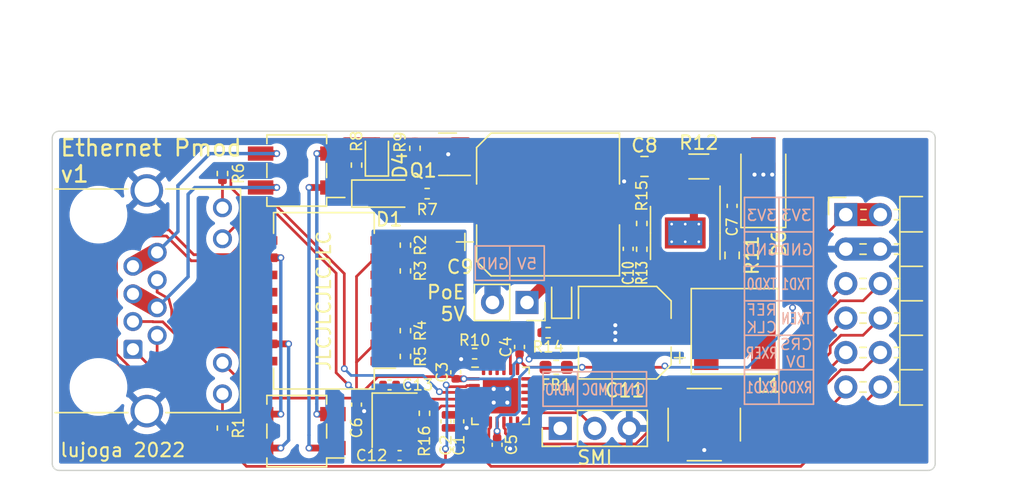
<source format=kicad_pcb>
(kicad_pcb (version 20211014) (generator pcbnew)

  (general
    (thickness 1.6)
  )

  (paper "A4")
  (layers
    (0 "F.Cu" signal)
    (31 "B.Cu" signal)
    (32 "B.Adhes" user "B.Adhesive")
    (33 "F.Adhes" user "F.Adhesive")
    (34 "B.Paste" user)
    (35 "F.Paste" user)
    (36 "B.SilkS" user "B.Silkscreen")
    (37 "F.SilkS" user "F.Silkscreen")
    (38 "B.Mask" user)
    (39 "F.Mask" user)
    (40 "Dwgs.User" user "User.Drawings")
    (41 "Cmts.User" user "User.Comments")
    (42 "Eco1.User" user "User.Eco1")
    (43 "Eco2.User" user "User.Eco2")
    (44 "Edge.Cuts" user)
    (45 "Margin" user)
    (46 "B.CrtYd" user "B.Courtyard")
    (47 "F.CrtYd" user "F.Courtyard")
    (48 "B.Fab" user)
    (49 "F.Fab" user)
    (50 "User.1" user)
    (51 "User.2" user)
    (52 "User.3" user)
    (53 "User.4" user)
    (54 "User.5" user)
    (55 "User.6" user)
    (56 "User.7" user)
    (57 "User.8" user)
    (58 "User.9" user)
  )

  (setup
    (stackup
      (layer "F.SilkS" (type "Top Silk Screen") (color "White"))
      (layer "F.Paste" (type "Top Solder Paste"))
      (layer "F.Mask" (type "Top Solder Mask") (color "Black") (thickness 0.01))
      (layer "F.Cu" (type "copper") (thickness 0.035))
      (layer "dielectric 1" (type "core") (thickness 1.51) (material "FR4") (epsilon_r 4.5) (loss_tangent 0.02))
      (layer "B.Cu" (type "copper") (thickness 0.035))
      (layer "B.Mask" (type "Bottom Solder Mask") (color "Black") (thickness 0.01))
      (layer "B.Paste" (type "Bottom Solder Paste"))
      (layer "B.SilkS" (type "Bottom Silk Screen") (color "White"))
      (copper_finish "HAL lead-free")
      (dielectric_constraints no)
    )
    (pad_to_mask_clearance 0)
    (pcbplotparams
      (layerselection 0x00010fc_ffffffff)
      (disableapertmacros false)
      (usegerberextensions false)
      (usegerberattributes true)
      (usegerberadvancedattributes true)
      (creategerberjobfile true)
      (svguseinch false)
      (svgprecision 6)
      (excludeedgelayer true)
      (plotframeref false)
      (viasonmask false)
      (mode 1)
      (useauxorigin false)
      (hpglpennumber 1)
      (hpglpenspeed 20)
      (hpglpendiameter 15.000000)
      (dxfpolygonmode true)
      (dxfimperialunits true)
      (dxfusepcbnewfont true)
      (psnegative false)
      (psa4output false)
      (plotreference true)
      (plotvalue true)
      (plotinvisibletext false)
      (sketchpadsonfab false)
      (subtractmaskfromsilk false)
      (outputformat 1)
      (mirror false)
      (drillshape 1)
      (scaleselection 1)
      (outputdirectory "")
    )
  )

  (net 0 "")
  (net 1 "+1V2")
  (net 2 "GND")
  (net 3 "VDDA")
  (net 4 "+3V3")
  (net 5 "Net-(C7-Pad1)")
  (net 6 "Net-(C7-Pad2)")
  (net 7 "VDC")
  (net 8 "GND1")
  (net 9 "+5V")
  (net 10 "Net-(C10-Pad2)")
  (net 11 "Net-(D1-Pad2)")
  (net 12 "/DC+A")
  (net 13 "Net-(D2-Pad3)")
  (net 14 "/DC-A")
  (net 15 "/DC+B")
  (net 16 "/DC-B")
  (net 17 "Net-(D4-Pad1)")
  (net 18 "Net-(D5-Pad1)")
  (net 19 "/LED2")
  (net 20 "/LED1")
  (net 21 "/RXD1")
  (net 22 "/RXER")
  (net 23 "/REFCLK")
  (net 24 "/TXD0")
  (net 25 "/RXD0")
  (net 26 "/CRS_DV")
  (net 27 "/TXEN")
  (net 28 "/TXD1")
  (net 29 "/MDIO")
  (net 30 "/MDC")
  (net 31 "/TXN")
  (net 32 "/TXP")
  (net 33 "/RXN")
  (net 34 "/RXP")
  (net 35 "Net-(R10-Pad1)")
  (net 36 "Net-(R11-Pad1)")
  (net 37 "Net-(R12-Pad2)")
  (net 38 "Net-(SW1-Pad2)")
  (net 39 "Net-(C12-Pad1)")
  (net 40 "Net-(C13-Pad1)")
  (net 41 "unconnected-(U2-Pad6)")
  (net 42 "unconnected-(U2-Pad7)")
  (net 43 "Net-(R16-Pad2)")
  (net 44 "/RX-")
  (net 45 "/RX+")
  (net 46 "/TX-")
  (net 47 "/TX+")
  (net 48 "Net-(J1-Pad9)")
  (net 49 "Net-(J1-Pad12)")

  (footprint "Capacitor_SMD:C_0402_1005Metric" (layer "F.Cu") (at 142.33 106.2))

  (footprint "Capacitor_SMD:C_0402_1005Metric" (layer "F.Cu") (at 159.9 96.17 90))

  (footprint "Resistor_SMD:R_0603_1608Metric" (layer "F.Cu") (at 167.55 96.65 90))

  (footprint "Resistor_SMD:R_0402_1005Metric" (layer "F.Cu") (at 143.5 104.1 -90))

  (footprint "Connector_PinHeader_2.54mm:PinHeader_1x03_P2.54mm_Vertical" (layer "F.Cu") (at 154.9 109.4 90))

  (footprint "Capacitor_SMD:C_0402_1005Metric" (layer "F.Cu") (at 143.07 111.4 180))

  (footprint "Package_TO_SOT_SMD:SOT-23" (layer "F.Cu") (at 146.6 89.2 180))

  (footprint "Capacitor_SMD:CP_Elec_10x10" (layer "F.Cu") (at 154 92.9))

  (footprint "Connector_PinSocket_2.54mm:PinSocket_1x02_P2.54mm_Vertical" (layer "F.Cu") (at 152.45 100.125 -90))

  (footprint "Capacitor_SMD:C_0402_1005Metric" (layer "F.Cu") (at 147.2 105.27 90))

  (footprint "Capacitor_SMD:CP_Elec_6.3x7.7" (layer "F.Cu") (at 159.65 102.35 180))

  (footprint "Resistor_SMD:R_0402_1005Metric" (layer "F.Cu") (at 148.595 103.9 180))

  (footprint "Diode_SMD:D_SMA" (layer "F.Cu") (at 169.85 91.2 90))

  (footprint "Inductor_SMD:L_0603_1608Metric" (layer "F.Cu") (at 154.6 104.9 180))

  (footprint "Resistor_SMD:R_0402_1005Metric" (layer "F.Cu") (at 130.03 90.62 -90))

  (footprint "Resistor_SMD:R_0402_1005Metric" (layer "F.Cu") (at 143.5 102.2 90))

  (footprint "Capacitor_SMD:C_0402_1005Metric" (layer "F.Cu") (at 139.9 107.65 -90))

  (footprint "Connector_PinHeader_2.54mm:PinHeader_2x06_P2.54mm_Horizontal" (layer "F.Cu") (at 175.92 93.65))

  (footprint "Resistor_SMD:R_0402_1005Metric" (layer "F.Cu") (at 143.5 95.9 90))

  (footprint "LED_SMD:LED_0603_1608Metric" (layer "F.Cu") (at 155 99.8 90))

  (footprint "ethernet-pmod:Diode_Bridge_Diodes_MBF" (layer "F.Cu") (at 135.5 109.6 180))

  (footprint "Resistor_SMD:R_0402_1005Metric" (layer "F.Cu") (at 144.9 108.29 90))

  (footprint "ethernet-pmod:L_Cenker_CKCS60xx" (layer "F.Cu") (at 167.75 102.25 180))

  (footprint "Capacitor_SMD:C_0402_1005Metric" (layer "F.Cu") (at 151.9 103.4 90))

  (footprint "ethernet-pmod:Transformer_Ethernet_HanRun_HY601742" (layer "F.Cu") (at 137.5 100 90))

  (footprint "Resistor_SMD:R_0402_1005Metric" (layer "F.Cu") (at 130.03 109.38 90))

  (footprint "Capacitor_SMD:C_0402_1005Metric" (layer "F.Cu") (at 167.55 93.005 90))

  (footprint "Resistor_SMD:R_0402_1005Metric" (layer "F.Cu") (at 160.9 94.3 90))

  (footprint "Resistor_SMD:R_1206_3216Metric" (layer "F.Cu") (at 165.1 90.1))

  (footprint "Capacitor_SMD:C_0402_1005Metric" (layer "F.Cu") (at 147.43 108.885 -90))

  (footprint "ethernet-pmod:SW_Push_SPST_NO_XKB_TS-1187A-X-X-X" (layer "F.Cu") (at 165.5 109.125 180))

  (footprint "Resistor_SMD:R_0402_1005Metric" (layer "F.Cu") (at 139.9 90 90))

  (footprint "Capacitor_SMD:C_0402_1005Metric" (layer "F.Cu") (at 150.25 110.61 -90))

  (footprint "Diode_SMD:D_SOD-123" (layer "F.Cu") (at 141.8 92.1))

  (footprint "Package_SO:SOIC-8-1EP_3.9x4.9mm_P1.27mm_EP2.29x3mm_ThermalVias" (layer "F.Cu") (at 164.1 95 -90))

  (footprint "Package_DFN_QFN:QFN-24-1EP_4x4mm_P0.5mm_EP2.6x2.6mm" (layer "F.Cu") (at 150.5 107))

  (footprint "Resistor_SMD:R_0402_1005Metric" (layer "F.Cu") (at 144.2 88.76 90))

  (footprint "Diode_SMD:D_SOD-323" (layer "F.Cu") (at 141.4 89.3 90))

  (footprint "ethernet-pmod:RJ45_Ckmtw_R-RJ45R08P-C000" (layer "F.Cu") (at 123.44 103.57 180))

  (footprint "Resistor_SMD:R_0402_1005Metric" (layer "F.Cu") (at 160.9 96.2 90))

  (footprint "ethernet-pmod:Diode_Bridge_Diodes_MBF" (layer "F.Cu") (at 135.5 90.4 180))

  (footprint "Resistor_SMD:R_0402_1005Metric" (layer "F.Cu") (at 145.1 92.1))

  (footprint "Capacitor_SMD:C_0402_1005Metric" (layer "F.Cu") (at 146.48 108.885 -90))

  (footprint "Resistor_SMD:R_0402_1005Metric" (layer "F.Cu") (at 154 102.35))

  (footprint "Capacitor_SMD:C_0805_2012Metric" (layer "F.Cu") (at 161.1 90.1 180))

  (footprint "Crystal:Crystal_SMD_3225-4Pin_3.2x2.5mm" (layer "F.Cu") (at 142.7 108.8 -90))

  (footprint "Resistor_SMD:R_0402_1005Metric" (layer "F.Cu") (at 143.5 97.8 -90))

  (gr_line (start 161.25 107.77) (end 161.25 105.23) (layer "B.SilkS") (width 0.12) (tstamp 02cbca8a-25eb-4954-bfd2-934c73879f25))
  (gr_line (start 153.63 105.23) (end 153.63 107.77) (layer "B.SilkS") (width 0.12) (tstamp 16461d99-3dc2-4a22-b461-4db9958bd41b))
  (gr_line (start 153.72 95.955) (end 148.64 95.955) (layer "B.SilkS") (width 0.12) (tstamp 223b7e38-6fd8-42eb-897e-9c0b68c26e1e))
  (gr_line (start 161.25 105.23) (end 153.63 105.23) (layer "B.SilkS") (width 0.12) (tstamp 3740ef6b-74a0-4201-8f3b-63ff32c59fab))
  (gr_line (start 168.46 92.38) (end 173.54 92.38) (layer "B.SilkS") (width 0.12) (tstamp 3aea9534-cc2f-4945-b573-d9177f31f426))
  (gr_line (start 148.64 95.955) (end 148.64 98.495) (layer "B.SilkS") (width 0.12) (tstamp 4275afbc-61dc-4c58-a01d-67948625a07d))
  (gr_line (start 151.18 95.955) (end 151.18 98.495) (layer "B.SilkS") (width 0.12) (tstamp 4b0b2d3a-6a2e-4242-82ec-a182b09f165a))
  (gr_line (start 168.46 107.62) (end 168.46 92.38) (layer "B.SilkS") (width 0.12) (tstamp 5416b10c-eb2c-45d0-956a-d3dfb899d3da))
  (gr_line (start 173.54 92.38) (end 173.54 107.62) (layer "B.SilkS") (width 0.12) (tstamp 566766d6-c281-4d47-b628-a2a6b0950eb1))
  (gr_line (start 168.46 102.54) (end 173.54 102.54) (layer "B.SilkS") (width 0.12) (tstamp 5d71c761-ebf7-4fb1-b44b-0b32e19857a1))
  (gr_line (start 153.63 107.77) (end 161.25 107.77) (layer "B.SilkS") (width 0.12) (tstamp 85d005f5-9f35-4f2c-97fd-0951d2fd8dd5))
  (gr_line (start 148.64 98.495) (end 153.72 98.495) (layer "B.SilkS") (width 0.12) (tstamp 875abf8e-f098-4e81-b262-3915563cb186))
  (gr_line (start 171 92.38) (end 171 107.62) (layer "B.SilkS") (width 0.12) (tstamp 8c5cc9c8-c609-486f-af77-fbd6f61a3382))
  (gr_line (start 156.17 105.23) (end 156.17 107.77) (layer "B.SilkS") (width 0.12) (tstamp 9af0b00d-6b54-4a4e-a7ea-2aabb8959c79))
  (gr_line (start 168.46 97.46) (end 173.54 97.46) (layer "B.SilkS") (width 0.12) (tstamp b18247e0-b929-4a1d-8ccb-67c9d7de033b))
  (gr_line (start 168.46 105.08) (end 173.54 105.08) (layer "B.SilkS") (width 0.12) (tstamp b325b969-6c66-4369-b163-732894b02715))
  (gr_line (start 173.54 107.62) (end 168.46 107.62) (layer "B.SilkS") (width 0.12) (tstamp d75828e4-f3a0-4c8c-9355-05078bdb6bb8))
  (gr_line (start 153.72 98.495) (end 153.72 95.955) (layer "B.SilkS") (width 0.12) (tstamp e04538aa-0c84-4716-b0e6-4fe506df9c5f))
  (gr_line (start 168.46 94.92) (end 173.54 94.92) (layer "B.SilkS") (width 0.12) (tstamp e350db45-56aa-48ad-ad0e-72de6675c6d9))
  (gr_line (start 168.46 100) (end 173.54 100) (layer "B.SilkS") (width 0.12) (tstamp f7a44913-5a4f-405a-87aa-4fff3ff0c737))
  (gr_line (start 158.71 107.77) (end 158.71 105.23) (layer "B.SilkS") (width 0.12) (tstamp fc7480f4-a850-43ea-82fb-ce00089ea126))
  (gr_arc (start 118 112.5) (mid 117.646447 112.353553) (end 117.5 112) (layer "Edge.Cuts") (width 0.1) (tstamp 1b27b212-f6be-4361-93af-1345adfd78d1))
  (gr_line (start 118 112.5) (end 182 112.5) (layer "Edge.Cuts") (width 0.1) (tstamp 1bbd6a17-a3a4-4d64-91fb-960dc8c86e3e))
  (gr_line (start 182 87.5) (end 118 87.5) (layer "Edge.Cuts") (width 0.1) (tstamp 32c682dc-0d51-48d4-ad7a-67bb52e887c8))
  (gr_arc (start 182 87.5) (mid 182.353553 87.646447) (end 182.5 88) (layer "Edge.Cuts") (width 0.1) (tstamp 3739c676-d3f3-463a-8136-ee33186e8883))
  (gr_arc (start 182.5 112) (mid 182.353553 112.353553) (end 182 112.5) (layer "Edge.Cuts") (width 0.1) (tstamp 38f7f5bc-f429-4925-96e0-70c773485a6f))
  (gr_line (start 182.5 112) (end 182.5 88) (layer "Edge.Cuts") (width 0.1) (tstamp b0dd6ee3-0ec1-4fe6-a3ac-dff8fc4acf34))
  (gr_arc (start 117.5 88) (mid 117.646447 87.646447) (end 118 87.5) (layer "Edge.Cuts") (width 0.1) (tstamp bd0f7918-d1af-4a58-8a81-84ecff580770))
  (gr_line (start 117.5 88) (end 117.5 112) (layer "Edge.Cuts") (width 0.1) (tstamp ef6d9a30-d751-4692-98e4-c6aaec6df432))
  (gr_text "5V" (at 152.45 97.275) (layer "B.SilkS") (tstamp 148c1aae-e980-4fa1-87d5-b76373e1365b)
    (effects (font (size 0.8 0.8) (thickness 0.12)) (justify mirror))
  )
  (gr_text "MDC" (at 157.44 106.55) (layer "B.SilkS") (tstamp 2bb7a324-726f-4f3f-96e5-1b3dcccc86ac)
    (effects (font (size 0.8 0.6) (thickness 0.12)) (justify mirror))
  )
  (gr_text "RXD0" (at 172.27 106.4) (layer "B.SilkS") (tstamp 2f9b2116-f96c-4347-8e7e-fc202ad6c6b0)
    (effects (font (size 0.8 0.6) (thickness 0.12)) (justify mirror))
  )
  (gr_text "TXD1" (at 172.27 98.78) (layer "B.SilkS") (tstamp 36283506-7508-49a3-b80a-07d031b9f975)
    (effects (font (size 0.8 0.6) (thickness 0.12)) (justify mirror))
  )
  (gr_text "TXEN" (at 172.27 101.32) (layer "B.SilkS") (tstamp 38c558b2-97ee-4e00-aa11-9c2d34737f03)
    (effects (font (size 0.8 0.6) (thickness 0.12)) (justify mirror))
  )
  (gr_text "GND" (at 159.98 106.55) (layer "B.SilkS") (tstamp 4cefb038-7c6a-4739-8334-eb7f5ec1a568)
    (effects (font (size 0.8 0.8) (thickness 0.12)) (justify mirror))
  )
  (gr_text "RXD1" (at 169.73 106.4) (layer "B.SilkS") (tstamp 5697f8b1-0dbd-4b79-ba47-109f04a36602)
    (effects (font (size 0.8 0.6) (thickness 0.12)) (justify mirror))
  )
  (gr_text "GND" (at 169.73 96.24) (layer "B.SilkS") (tstamp 653ed619-32da-4aa5-9ef5-2aa046a30181)
    (effects (font (size 0.8 0.8) (thickness 0.12)) (justify mirror))
  )
  (gr_text "3V3" (at 169.73 93.7) (layer "B.SilkS") (tstamp 7f9a56a5-cc85-4574-bd30-3379858d8272)
    (effects (font (size 0.8 0.8) (thickness 0.12)) (justify mirror))
  )
  (gr_text "RXER" (at 169.73 103.86) (layer "B.SilkS") (tstamp ae66ff4f-6253-4474-84c7-b89d108a0d91)
    (effects (font (size 0.8 0.6) (thickness 0.12)) (justify mirror))
  )
  (gr_text "GND" (at 149.91 97.275) (layer "B.SilkS") (tstamp be8447ca-b858-4754-b51f-f1f40b05bc70)
    (effects (font (size 0.8 0.8) (thickness 0.12)) (justify mirror))
  )
  (gr_text "MDIO" (at 154.9 106.55) (layer "B.SilkS") (tstamp c09205b2-e076-41c6-8387-abf158ef5040)
    (effects (font (size 0.8 0.6) (thickness 0.12)) (justify mirror))
  )
  (gr_text "GND" (at 172.27 96.24) (layer "B.SilkS") (tstamp c6ccf901-539f-4993-b275-11e1c7900267)
    (effects (font (size 0.8 0.8) (thickness 0.12)) (justify mirror))
  )
  (gr_text "CRS\nDV" (at 172.27 103.86) (layer "B.SilkS") (tstamp c8b87722-216d-453d-9a0c-2e84b0f86e79)
    (effects (font (size 0.8 0.8) (thickness 0.12)) (justify mirror))
  )
  (gr_text "TXD0" (at 169.73 98.78) (layer "B.SilkS") (tstamp cfedb1f9-ba27-4bf0-8020-3bed29272a2a)
    (effects (font (size 0.8 0.6) (thickness 0.12)) (justify mirror))
  )
  (gr_text "3V3" (at 172.27 93.7) (layer "B.SilkS") (tstamp d31dc179-119d-4b95-bcae-366d05cde851)
    (effects (font (size 0.8 0.8) (thickness 0.12)) (justify mirror))
  )
  (gr_text "REF\nCLK" (at 169.73 101.32) (layer "B.SilkS") (tstamp fb84c85b-5955-41c2-92b1-a4263ae84cd3)
    (effects (font (size 0.8 0.8) (thickness 0.12)) (justify mirror))
  )
  (gr_text "Ethernet Pmod\nv1" (at 118 89.7) (layer "F.SilkS") (tstamp 26f739ef-9b16-4e32-b3a8-47bf49a8fc19)
    (effects (font (size 1.2 1.2) (thickness 0.18)) (justify left))
  )
  (gr_text "lujoga 2022" (at 118 111) (layer "F.SilkS") (tstamp 4d0b6203-bce9-455d-a850-93c4d816b539)
    (effects (font (size 1 1) (thickness 0.15)) (justify left))
  )
  (gr_text "PoE\n5V" (at 148 100.175) (layer "F.SilkS") (tstamp 860d1c25-07b0-41e0-b637-224a833ac2e8)
    (effects (font (size 1 1) (thickness 0.15)) (justify right))
  )
  (gr_text "JLCJLCJLCJLC" (at 137.5 100 90) (layer "F.SilkS") (tstamp 99e86908-ec7f-4cc6-a39a-a78be558ca0a)
    (effects (font (size 1 1) (thickness 0.15)))
  )
  (gr_text "SMI" (at 157.44 111.55) (layer "F.SilkS") (tstamp c0834801-ae31-4120-8fe4-99c5f4a96bbf)
    (effects (font (size 1 1) (thickness 0.15)))
  )

  (segment (start 148.5625 108.25) (end 147.585 108.25) (width 0.25) (layer "F.Cu") (net 1) (tstamp 3e80706d-c6f4-433e-8c6d-982d91fdb1c8))
  (segment (start 147.585 108.25) (end 147.43 108.405) (width 0.2) (layer "F.Cu") (net 1) (tstamp a283d39f-18ac-4144-9a42-92362a186988))
  (segment (start 146.48 108.405) (end 147.43 108.405) (width 0.56) (layer "F.Cu") (net 1) (tstamp dd5f3127-fc4a-4902-854d-ce706717059f))
  (segment (start 130.03 95.43) (end 132.06 93.4) (width 0.2) (layer "F.Cu") (net 2) (tstamp 0257fa17-2d1e-42d6-b3e1-786a3a864805))
  (segment (start 152.6 103.62) (end 152.6 104.3) (width 0.2) (layer "F.Cu") (net 2) (tstamp 10f607a4-6565-4f9d-828c-594a3c628599))
  (segment (start 147.43 109.365) (end 148 109.365) (width 0.5) (layer "F.Cu") (net 2) (tstamp 287ac16b-5b6d-4454-a3ce-51d32651389e))
  (segment (start 141.85 109.9) (end 141.85 110.66) (width 0.2) (layer "F.Cu") (net 2) (tstamp 28942f2b-d9e3-4c52-87eb-09e7c663945b))
  (segment (start 143.55 106.94) (end 142.81 106.2) (width 0.2) (layer "F.Cu") (net 2) (tstamp 2f6ead31-9746-4526-8077-db5689921c68))
  (segment (start 140.46 108.13) (end 140.46 110.26) (width 0.2) (layer "F.Cu") (net 2) (tstamp 43dd5961-4f23-4b41-b38c-f9ccdef60f86))
  (segment (start 138.4 97.965686) (end 138.4 105.3) (width 0.2) (layer "F.Cu") (net 2) (tstamp 4583d555-e7eb-4a16-9208-11cbf49f0ff9))
  (segment (start 141.85 110.66) (end 142.59 111.4) (width 0.2) (layer "F.Cu") (net 2) (tstamp 481e057d-4b95-44b7-b993-948483742d60))
  (segment (start 150.25 111.09) (end 151.01 111.09) (width 0.2) (layer "F.Cu") (net 2) (tstamp 4bbd492c-ba37-4b56-b4b9-e94f21477695))
  (segment (start 151.9 102.92) (end 152.6 103.62) (width 0.2) (layer "F.Cu") (net 2) (tstamp 4f8f6504-c4e8-4f74-bd17-7c9f38a89e6d))
  (segment (start 165.5 111) (end 168.5 111) (width 0.2) (layer "F.Cu") (net 2) (tstamp 530349b6-b4a3-4e20-ac09-dc9e88e059cb))
  (segment (start 139.9 108.13) (end 140.46 108.13) (width 0.5) (layer "F.Cu") (net 2) (tstamp 5d90edda-2ff1-43c2-9acc-be3e981434d3))
  (segment (start 140.46 110.26) (end 141.6 111.4) (width 0.2) (layer "F.Cu") (net 2) (tstamp 663a6b8f-359d-4686-bc2e-040864544f7b))
  (segment (start 133.834314 93.4) (end 138.4 97.965686) (width 0.2) (layer "F.Cu") (net 2) (tstamp 669a9b97-b69c-499b-a464-8e255bd1f7dc))
  (segment (start 142.81 106.2) (end 143.7 106.2) (width 0.2) (layer "F.Cu") (net 2) (tstamp 7a24eac3-70b2-40b0-beb7-cd58f566b7b6))
  (segment (start 148.085 103.9) (end 148 103.9) (width 0.2) (layer "F.Cu") (net 2) (tstamp 84cea9be-8c74-454a-967f-5fc23d956ef6))
  (segment (start 147.2 104.79) (end 147.2 104.7) (width 0.2) (layer "F.Cu") (net 2) (tstamp 8741755f-0750-4e46-af45-65b4fc49f2e0))
  (segment (start 162.5 111) (end 165.5 111) (width 0.2) (layer "F.Cu") (net 2) (tstamp 95ec16c5-d805-424e-9c2c-914311955ff9))
  (segment (start 147.2 104.7) (end 147.6 104.3) (width 0.2) (layer "F.Cu") (net 2) (tstamp a5e58745-fe73-4566-a34d-cc37409445e8))
  (segment (start 132.06 93.4) (end 133.834314 93.4) (width 0.2) (layer "F.Cu") (net 2) (tstamp ac68e3b7-ca4b-4c10-88fe-7c10c266651c))
  (segment (start 141.6 111.4) (end 142.59 111.4) (width 0.2) (layer "F.Cu") (net 2) (tstamp af36d0ab-0da9-48d9-a51c-d40b69b9d9f9))
  (segment (start 148 103.9) (end 147.6 104.3) (width 0.2) (layer "F.Cu") (net 2) (tstamp b7a7a1de-6976-48ba-ad43-32488427143a))
  (segment (start 151.01 111.09) (end 151.2 110.9) (width 0.2) (layer "F.Cu") (net 2) (tstamp dcf6fed0-f763-47f1-ab3e-c86b494bee31))
  (segment (start 138.4 105.3) (end 139.3 106.2) (width 0.2) (layer "F.Cu") (net 2) (tstamp e8444c10-d001-49d7-b1f9-8f41d4cef0b8))
  (segment (start 143.55 107.7) (end 143.55 106.94) (width 0.2) (layer "F.Cu") (net 2) (tstamp f978c38e-371c-4e7c-bd85-ac630bc4ea4e))
  (segment (start 146.48 109.365) (end 147.43 109.365) (width 0.56) (layer "F.Cu") (net 2) (tstamp fe977e65-2904-416c-86cf-b60d84b3e196))
  (via (at 140.46 108.13) (size 0.5) (drill 0.3) (layers "F.Cu" "B.Cu") (net 2) (tstamp 0ea11515-b8a7-4900-a85b-fc084bae88a7))
  (via (at 151 106.5) (size 0.5) (drill 0.3) (layers "F.Cu" "B.Cu") (net 2) (tstamp 141187c8-acb9-48ee-8c39-75b68e6dbefd))
  (via (at 152.6 104.3) (size 0.5) (drill 0.3) (layers "F.Cu" "B.Cu") (net 2) (tstamp 1fc6e023-708c-49c1-aec2-4573625b365c))
  (via (at 148 109.365) (size 0.5) (drill 0.3) (layers "F.Cu" "B.Cu") (net 2) (tstamp 418b3c58-f04d-449b-8619-d84d200cafe2))
  (via (at 151.2 110.9) (size 0.5) (drill 0.3) (layers "F.Cu" "B.Cu") (net 2) (tstamp 502e624f-310d-4782-8e18-4c079c90f211))
  (via (at 150 107.5) (size 0.5) (drill 0.3) (layers "F.Cu" "B.Cu") (net 2) (tstamp 56ea6aa9-dc9e-493d-9df5-9a16e566104d))
  (via (at 139.3 106.2) (size 0.5) (drill 0.3) (layers "F.Cu" "B.Cu") (net 2) (tstamp 77bd17c4-39c7-4c56-9b97-7f177c5c4cd6))
  (via (at 150 106.5) (size 0.5) (drill 0.3) (layers "F.Cu" "B.Cu") (net 2) (tstamp 98c707fb-10f6-4902-bb35-9c83e8478fa3))
  (via (at 165.5 111) (size 0.5) (drill 0.3) (layers "F.Cu" "B.Cu") (net 2) (tstamp a104581f-f547-44e6-831a-428fcf307e3b))
  (via (at 147.6 104.3) (size 0.5) (drill 0.3) (layers "F.Cu" "B.Cu") (net 2) (tstamp ada0a173-3850-4033-b924-952aac4ac100))
  (via (at 151 107.5) (size 0.5) (drill 0.3) (layers "F.Cu" "B.Cu") (net 2) (tstamp c2bc572c-0291-4be2-addd-82566985b7f9))
  (via (at 143.7 106.2) (size 0.5) (drill 0.3) (layers "F.Cu" "B.Cu") (net 2) (tstamp feaac4c8-c1e8-4f7c-b36a-ed6f3547affe))
  (segment (start 140.46 107.36) (end 140.46 108.13) (width 0.2) (layer "B.Cu") (net 2) (tstamp 369baf4e-7dcf-4d93-9460-4ae76072e34d))
  (segment (start 178.46 96.19) (end 175.92 96.19) (width 1.7) (layer "B.Cu") (net 2) (tstamp b6df3ba1-8be2-40a2-bc38-5dbd43f6415d))
  (segment (start 139.3 106.2) (end 140.46 107.36) (width 0.2) (layer "B.Cu") (net 2) (tstamp fa5aeada-de67-4e55-a84f-514569e7024c))
  (segment (start 141.8815 96.825) (end 143.5 96.825) (width 0.635) (layer "F.Cu") (net 3) (tstamp 0a2e5559-c07d-49e8-b857-517a71a052da))
  (segment (start 141.2465 103.175) (end 141.8815 103.175) (width 0.2) (layer "F.Cu") (net 3) (tstamp 2b0a7048-5ace-4e18-81ec-c81809990472))
  (segment (start 139.9 104.5215) (end 141.2465 103.175) (width 0.2) (layer "F.Cu") (net 3) (tstamp 3034a184-5370-4e20-9076-bbda36bc86f6))
  (segment (start 130.03 104.57) (end 132.63 107.17) (width 0.2) (layer "F.Cu") (net 3) (tstamp 43eb65d1-73ea-493a-b2df-813f1e02a01c))
  (segment (start 143.5 96.
... [158350 chars truncated]
</source>
